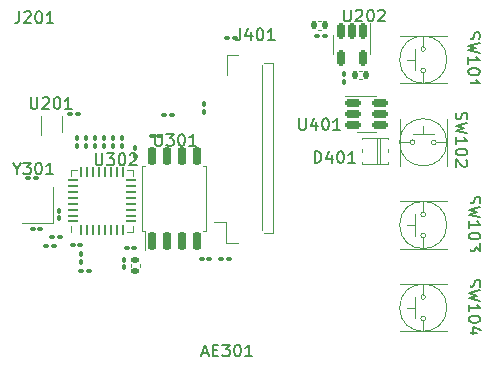
<source format=gbr>
%TF.GenerationSoftware,KiCad,Pcbnew,7.0.7*%
%TF.CreationDate,2023-12-08T19:41:31-05:00*%
%TF.ProjectId,pixie-rev-4,70697869-652d-4726-9576-2d342e6b6963,rev?*%
%TF.SameCoordinates,Original*%
%TF.FileFunction,Legend,Top*%
%TF.FilePolarity,Positive*%
%FSLAX46Y46*%
G04 Gerber Fmt 4.6, Leading zero omitted, Abs format (unit mm)*
G04 Created by KiCad (PCBNEW 7.0.7) date 2023-12-08 19:41:31*
%MOMM*%
%LPD*%
G01*
G04 APERTURE LIST*
G04 Aperture macros list*
%AMRoundRect*
0 Rectangle with rounded corners*
0 $1 Rounding radius*
0 $2 $3 $4 $5 $6 $7 $8 $9 X,Y pos of 4 corners*
0 Add a 4 corners polygon primitive as box body*
4,1,4,$2,$3,$4,$5,$6,$7,$8,$9,$2,$3,0*
0 Add four circle primitives for the rounded corners*
1,1,$1+$1,$2,$3*
1,1,$1+$1,$4,$5*
1,1,$1+$1,$6,$7*
1,1,$1+$1,$8,$9*
0 Add four rect primitives between the rounded corners*
20,1,$1+$1,$2,$3,$4,$5,0*
20,1,$1+$1,$4,$5,$6,$7,0*
20,1,$1+$1,$6,$7,$8,$9,0*
20,1,$1+$1,$8,$9,$2,$3,0*%
G04 Aperture macros list end*
%ADD10C,0.150000*%
%ADD11C,0.120000*%
%ADD12C,0.100000*%
%ADD13RoundRect,0.100000X-0.100000X0.130000X-0.100000X-0.130000X0.100000X-0.130000X0.100000X0.130000X0*%
%ADD14RoundRect,0.100000X0.130000X0.100000X-0.130000X0.100000X-0.130000X-0.100000X0.130000X-0.100000X0*%
%ADD15RoundRect,0.100000X-0.162635X0.021213X0.021213X-0.162635X0.162635X-0.021213X-0.021213X0.162635X0*%
%ADD16RoundRect,0.100000X0.021213X0.162635X-0.162635X-0.021213X-0.021213X-0.162635X0.162635X0.021213X0*%
%ADD17R,0.600000X1.160000*%
%ADD18R,0.300000X1.160000*%
%ADD19O,1.300000X2.100000*%
%ADD20O,1.300000X2.500000*%
%ADD21R,1.800000X1.100000*%
%ADD22RoundRect,0.100000X-0.130000X-0.100000X0.130000X-0.100000X0.130000X0.100000X-0.130000X0.100000X0*%
%ADD23RoundRect,0.140000X-0.170000X0.140000X-0.170000X-0.140000X0.170000X-0.140000X0.170000X0.140000X0*%
%ADD24R,0.900000X0.300000*%
%ADD25R,0.340000X0.700000*%
%ADD26RoundRect,0.062500X0.062500X-0.375000X0.062500X0.375000X-0.062500X0.375000X-0.062500X-0.375000X0*%
%ADD27RoundRect,0.062500X0.375000X-0.062500X0.375000X0.062500X-0.375000X0.062500X-0.375000X-0.062500X0*%
%ADD28R,3.100000X3.100000*%
%ADD29RoundRect,0.100000X0.100000X-0.130000X0.100000X0.130000X-0.100000X0.130000X-0.100000X-0.130000X0*%
%ADD30R,0.700000X0.700000*%
%ADD31RoundRect,0.140000X-0.140000X-0.170000X0.140000X-0.170000X0.140000X0.170000X-0.140000X0.170000X0*%
%ADD32RoundRect,0.150000X0.150000X-0.650000X0.150000X0.650000X-0.150000X0.650000X-0.150000X-0.650000X0*%
%ADD33RoundRect,0.140000X0.140000X0.170000X-0.140000X0.170000X-0.140000X-0.170000X0.140000X-0.170000X0*%
%ADD34RoundRect,0.150000X-0.150000X0.512500X-0.150000X-0.512500X0.150000X-0.512500X0.150000X0.512500X0*%
%ADD35R,1.100000X1.200000*%
%ADD36RoundRect,0.150000X-0.512500X-0.150000X0.512500X-0.150000X0.512500X0.150000X-0.512500X0.150000X0*%
%ADD37R,1.100000X1.800000*%
G04 APERTURE END LIST*
D10*
X150789285Y-40404819D02*
X150789285Y-41119104D01*
X150789285Y-41119104D02*
X150741666Y-41261961D01*
X150741666Y-41261961D02*
X150646428Y-41357200D01*
X150646428Y-41357200D02*
X150503571Y-41404819D01*
X150503571Y-41404819D02*
X150408333Y-41404819D01*
X151217857Y-40500057D02*
X151265476Y-40452438D01*
X151265476Y-40452438D02*
X151360714Y-40404819D01*
X151360714Y-40404819D02*
X151598809Y-40404819D01*
X151598809Y-40404819D02*
X151694047Y-40452438D01*
X151694047Y-40452438D02*
X151741666Y-40500057D01*
X151741666Y-40500057D02*
X151789285Y-40595295D01*
X151789285Y-40595295D02*
X151789285Y-40690533D01*
X151789285Y-40690533D02*
X151741666Y-40833390D01*
X151741666Y-40833390D02*
X151170238Y-41404819D01*
X151170238Y-41404819D02*
X151789285Y-41404819D01*
X152408333Y-40404819D02*
X152503571Y-40404819D01*
X152503571Y-40404819D02*
X152598809Y-40452438D01*
X152598809Y-40452438D02*
X152646428Y-40500057D01*
X152646428Y-40500057D02*
X152694047Y-40595295D01*
X152694047Y-40595295D02*
X152741666Y-40785771D01*
X152741666Y-40785771D02*
X152741666Y-41023866D01*
X152741666Y-41023866D02*
X152694047Y-41214342D01*
X152694047Y-41214342D02*
X152646428Y-41309580D01*
X152646428Y-41309580D02*
X152598809Y-41357200D01*
X152598809Y-41357200D02*
X152503571Y-41404819D01*
X152503571Y-41404819D02*
X152408333Y-41404819D01*
X152408333Y-41404819D02*
X152313095Y-41357200D01*
X152313095Y-41357200D02*
X152265476Y-41309580D01*
X152265476Y-41309580D02*
X152217857Y-41214342D01*
X152217857Y-41214342D02*
X152170238Y-41023866D01*
X152170238Y-41023866D02*
X152170238Y-40785771D01*
X152170238Y-40785771D02*
X152217857Y-40595295D01*
X152217857Y-40595295D02*
X152265476Y-40500057D01*
X152265476Y-40500057D02*
X152313095Y-40452438D01*
X152313095Y-40452438D02*
X152408333Y-40404819D01*
X153694047Y-41404819D02*
X153122619Y-41404819D01*
X153408333Y-41404819D02*
X153408333Y-40404819D01*
X153408333Y-40404819D02*
X153313095Y-40547676D01*
X153313095Y-40547676D02*
X153217857Y-40642914D01*
X153217857Y-40642914D02*
X153122619Y-40690533D01*
X188842800Y-42189411D02*
X188795180Y-42332268D01*
X188795180Y-42332268D02*
X188795180Y-42570363D01*
X188795180Y-42570363D02*
X188842800Y-42665601D01*
X188842800Y-42665601D02*
X188890419Y-42713220D01*
X188890419Y-42713220D02*
X188985657Y-42760839D01*
X188985657Y-42760839D02*
X189080895Y-42760839D01*
X189080895Y-42760839D02*
X189176133Y-42713220D01*
X189176133Y-42713220D02*
X189223752Y-42665601D01*
X189223752Y-42665601D02*
X189271371Y-42570363D01*
X189271371Y-42570363D02*
X189318990Y-42379887D01*
X189318990Y-42379887D02*
X189366609Y-42284649D01*
X189366609Y-42284649D02*
X189414228Y-42237030D01*
X189414228Y-42237030D02*
X189509466Y-42189411D01*
X189509466Y-42189411D02*
X189604704Y-42189411D01*
X189604704Y-42189411D02*
X189699942Y-42237030D01*
X189699942Y-42237030D02*
X189747561Y-42284649D01*
X189747561Y-42284649D02*
X189795180Y-42379887D01*
X189795180Y-42379887D02*
X189795180Y-42617982D01*
X189795180Y-42617982D02*
X189747561Y-42760839D01*
X189795180Y-43094173D02*
X188795180Y-43332268D01*
X188795180Y-43332268D02*
X189509466Y-43522744D01*
X189509466Y-43522744D02*
X188795180Y-43713220D01*
X188795180Y-43713220D02*
X189795180Y-43951316D01*
X188795180Y-44856077D02*
X188795180Y-44284649D01*
X188795180Y-44570363D02*
X189795180Y-44570363D01*
X189795180Y-44570363D02*
X189652323Y-44475125D01*
X189652323Y-44475125D02*
X189557085Y-44379887D01*
X189557085Y-44379887D02*
X189509466Y-44284649D01*
X189795180Y-45475125D02*
X189795180Y-45570363D01*
X189795180Y-45570363D02*
X189747561Y-45665601D01*
X189747561Y-45665601D02*
X189699942Y-45713220D01*
X189699942Y-45713220D02*
X189604704Y-45760839D01*
X189604704Y-45760839D02*
X189414228Y-45808458D01*
X189414228Y-45808458D02*
X189176133Y-45808458D01*
X189176133Y-45808458D02*
X188985657Y-45760839D01*
X188985657Y-45760839D02*
X188890419Y-45713220D01*
X188890419Y-45713220D02*
X188842800Y-45665601D01*
X188842800Y-45665601D02*
X188795180Y-45570363D01*
X188795180Y-45570363D02*
X188795180Y-45475125D01*
X188795180Y-45475125D02*
X188842800Y-45379887D01*
X188842800Y-45379887D02*
X188890419Y-45332268D01*
X188890419Y-45332268D02*
X188985657Y-45284649D01*
X188985657Y-45284649D02*
X189176133Y-45237030D01*
X189176133Y-45237030D02*
X189414228Y-45237030D01*
X189414228Y-45237030D02*
X189604704Y-45284649D01*
X189604704Y-45284649D02*
X189699942Y-45332268D01*
X189699942Y-45332268D02*
X189747561Y-45379887D01*
X189747561Y-45379887D02*
X189795180Y-45475125D01*
X188795180Y-46760839D02*
X188795180Y-46189411D01*
X188795180Y-46475125D02*
X189795180Y-46475125D01*
X189795180Y-46475125D02*
X189652323Y-46379887D01*
X189652323Y-46379887D02*
X189557085Y-46284649D01*
X189557085Y-46284649D02*
X189509466Y-46189411D01*
X188892800Y-63139411D02*
X188845180Y-63282268D01*
X188845180Y-63282268D02*
X188845180Y-63520363D01*
X188845180Y-63520363D02*
X188892800Y-63615601D01*
X188892800Y-63615601D02*
X188940419Y-63663220D01*
X188940419Y-63663220D02*
X189035657Y-63710839D01*
X189035657Y-63710839D02*
X189130895Y-63710839D01*
X189130895Y-63710839D02*
X189226133Y-63663220D01*
X189226133Y-63663220D02*
X189273752Y-63615601D01*
X189273752Y-63615601D02*
X189321371Y-63520363D01*
X189321371Y-63520363D02*
X189368990Y-63329887D01*
X189368990Y-63329887D02*
X189416609Y-63234649D01*
X189416609Y-63234649D02*
X189464228Y-63187030D01*
X189464228Y-63187030D02*
X189559466Y-63139411D01*
X189559466Y-63139411D02*
X189654704Y-63139411D01*
X189654704Y-63139411D02*
X189749942Y-63187030D01*
X189749942Y-63187030D02*
X189797561Y-63234649D01*
X189797561Y-63234649D02*
X189845180Y-63329887D01*
X189845180Y-63329887D02*
X189845180Y-63567982D01*
X189845180Y-63567982D02*
X189797561Y-63710839D01*
X189845180Y-64044173D02*
X188845180Y-64282268D01*
X188845180Y-64282268D02*
X189559466Y-64472744D01*
X189559466Y-64472744D02*
X188845180Y-64663220D01*
X188845180Y-64663220D02*
X189845180Y-64901316D01*
X188845180Y-65806077D02*
X188845180Y-65234649D01*
X188845180Y-65520363D02*
X189845180Y-65520363D01*
X189845180Y-65520363D02*
X189702323Y-65425125D01*
X189702323Y-65425125D02*
X189607085Y-65329887D01*
X189607085Y-65329887D02*
X189559466Y-65234649D01*
X189845180Y-66425125D02*
X189845180Y-66520363D01*
X189845180Y-66520363D02*
X189797561Y-66615601D01*
X189797561Y-66615601D02*
X189749942Y-66663220D01*
X189749942Y-66663220D02*
X189654704Y-66710839D01*
X189654704Y-66710839D02*
X189464228Y-66758458D01*
X189464228Y-66758458D02*
X189226133Y-66758458D01*
X189226133Y-66758458D02*
X189035657Y-66710839D01*
X189035657Y-66710839D02*
X188940419Y-66663220D01*
X188940419Y-66663220D02*
X188892800Y-66615601D01*
X188892800Y-66615601D02*
X188845180Y-66520363D01*
X188845180Y-66520363D02*
X188845180Y-66425125D01*
X188845180Y-66425125D02*
X188892800Y-66329887D01*
X188892800Y-66329887D02*
X188940419Y-66282268D01*
X188940419Y-66282268D02*
X189035657Y-66234649D01*
X189035657Y-66234649D02*
X189226133Y-66187030D01*
X189226133Y-66187030D02*
X189464228Y-66187030D01*
X189464228Y-66187030D02*
X189654704Y-66234649D01*
X189654704Y-66234649D02*
X189749942Y-66282268D01*
X189749942Y-66282268D02*
X189797561Y-66329887D01*
X189797561Y-66329887D02*
X189845180Y-66425125D01*
X189511847Y-67615601D02*
X188845180Y-67615601D01*
X189892800Y-67377506D02*
X189178514Y-67139411D01*
X189178514Y-67139411D02*
X189178514Y-67758458D01*
X188892800Y-56089411D02*
X188845180Y-56232268D01*
X188845180Y-56232268D02*
X188845180Y-56470363D01*
X188845180Y-56470363D02*
X188892800Y-56565601D01*
X188892800Y-56565601D02*
X188940419Y-56613220D01*
X188940419Y-56613220D02*
X189035657Y-56660839D01*
X189035657Y-56660839D02*
X189130895Y-56660839D01*
X189130895Y-56660839D02*
X189226133Y-56613220D01*
X189226133Y-56613220D02*
X189273752Y-56565601D01*
X189273752Y-56565601D02*
X189321371Y-56470363D01*
X189321371Y-56470363D02*
X189368990Y-56279887D01*
X189368990Y-56279887D02*
X189416609Y-56184649D01*
X189416609Y-56184649D02*
X189464228Y-56137030D01*
X189464228Y-56137030D02*
X189559466Y-56089411D01*
X189559466Y-56089411D02*
X189654704Y-56089411D01*
X189654704Y-56089411D02*
X189749942Y-56137030D01*
X189749942Y-56137030D02*
X189797561Y-56184649D01*
X189797561Y-56184649D02*
X189845180Y-56279887D01*
X189845180Y-56279887D02*
X189845180Y-56517982D01*
X189845180Y-56517982D02*
X189797561Y-56660839D01*
X189845180Y-56994173D02*
X188845180Y-57232268D01*
X188845180Y-57232268D02*
X189559466Y-57422744D01*
X189559466Y-57422744D02*
X188845180Y-57613220D01*
X188845180Y-57613220D02*
X189845180Y-57851316D01*
X188845180Y-58756077D02*
X188845180Y-58184649D01*
X188845180Y-58470363D02*
X189845180Y-58470363D01*
X189845180Y-58470363D02*
X189702323Y-58375125D01*
X189702323Y-58375125D02*
X189607085Y-58279887D01*
X189607085Y-58279887D02*
X189559466Y-58184649D01*
X189845180Y-59375125D02*
X189845180Y-59470363D01*
X189845180Y-59470363D02*
X189797561Y-59565601D01*
X189797561Y-59565601D02*
X189749942Y-59613220D01*
X189749942Y-59613220D02*
X189654704Y-59660839D01*
X189654704Y-59660839D02*
X189464228Y-59708458D01*
X189464228Y-59708458D02*
X189226133Y-59708458D01*
X189226133Y-59708458D02*
X189035657Y-59660839D01*
X189035657Y-59660839D02*
X188940419Y-59613220D01*
X188940419Y-59613220D02*
X188892800Y-59565601D01*
X188892800Y-59565601D02*
X188845180Y-59470363D01*
X188845180Y-59470363D02*
X188845180Y-59375125D01*
X188845180Y-59375125D02*
X188892800Y-59279887D01*
X188892800Y-59279887D02*
X188940419Y-59232268D01*
X188940419Y-59232268D02*
X189035657Y-59184649D01*
X189035657Y-59184649D02*
X189226133Y-59137030D01*
X189226133Y-59137030D02*
X189464228Y-59137030D01*
X189464228Y-59137030D02*
X189654704Y-59184649D01*
X189654704Y-59184649D02*
X189749942Y-59232268D01*
X189749942Y-59232268D02*
X189797561Y-59279887D01*
X189797561Y-59279887D02*
X189845180Y-59375125D01*
X189845180Y-60041792D02*
X189845180Y-60660839D01*
X189845180Y-60660839D02*
X189464228Y-60327506D01*
X189464228Y-60327506D02*
X189464228Y-60470363D01*
X189464228Y-60470363D02*
X189416609Y-60565601D01*
X189416609Y-60565601D02*
X189368990Y-60613220D01*
X189368990Y-60613220D02*
X189273752Y-60660839D01*
X189273752Y-60660839D02*
X189035657Y-60660839D01*
X189035657Y-60660839D02*
X188940419Y-60613220D01*
X188940419Y-60613220D02*
X188892800Y-60565601D01*
X188892800Y-60565601D02*
X188845180Y-60470363D01*
X188845180Y-60470363D02*
X188845180Y-60184649D01*
X188845180Y-60184649D02*
X188892800Y-60089411D01*
X188892800Y-60089411D02*
X188940419Y-60041792D01*
X169506077Y-41854819D02*
X169506077Y-42569104D01*
X169506077Y-42569104D02*
X169458458Y-42711961D01*
X169458458Y-42711961D02*
X169363220Y-42807200D01*
X169363220Y-42807200D02*
X169220363Y-42854819D01*
X169220363Y-42854819D02*
X169125125Y-42854819D01*
X170410839Y-42188152D02*
X170410839Y-42854819D01*
X170172744Y-41807200D02*
X169934649Y-42521485D01*
X169934649Y-42521485D02*
X170553696Y-42521485D01*
X171125125Y-41854819D02*
X171220363Y-41854819D01*
X171220363Y-41854819D02*
X171315601Y-41902438D01*
X171315601Y-41902438D02*
X171363220Y-41950057D01*
X171363220Y-41950057D02*
X171410839Y-42045295D01*
X171410839Y-42045295D02*
X171458458Y-42235771D01*
X171458458Y-42235771D02*
X171458458Y-42473866D01*
X171458458Y-42473866D02*
X171410839Y-42664342D01*
X171410839Y-42664342D02*
X171363220Y-42759580D01*
X171363220Y-42759580D02*
X171315601Y-42807200D01*
X171315601Y-42807200D02*
X171220363Y-42854819D01*
X171220363Y-42854819D02*
X171125125Y-42854819D01*
X171125125Y-42854819D02*
X171029887Y-42807200D01*
X171029887Y-42807200D02*
X170982268Y-42759580D01*
X170982268Y-42759580D02*
X170934649Y-42664342D01*
X170934649Y-42664342D02*
X170887030Y-42473866D01*
X170887030Y-42473866D02*
X170887030Y-42235771D01*
X170887030Y-42235771D02*
X170934649Y-42045295D01*
X170934649Y-42045295D02*
X170982268Y-41950057D01*
X170982268Y-41950057D02*
X171029887Y-41902438D01*
X171029887Y-41902438D02*
X171125125Y-41854819D01*
X172410839Y-42854819D02*
X171839411Y-42854819D01*
X172125125Y-42854819D02*
X172125125Y-41854819D01*
X172125125Y-41854819D02*
X172029887Y-41997676D01*
X172029887Y-41997676D02*
X171934649Y-42092914D01*
X171934649Y-42092914D02*
X171839411Y-42140533D01*
X151765714Y-47674819D02*
X151765714Y-48484342D01*
X151765714Y-48484342D02*
X151813333Y-48579580D01*
X151813333Y-48579580D02*
X151860952Y-48627200D01*
X151860952Y-48627200D02*
X151956190Y-48674819D01*
X151956190Y-48674819D02*
X152146666Y-48674819D01*
X152146666Y-48674819D02*
X152241904Y-48627200D01*
X152241904Y-48627200D02*
X152289523Y-48579580D01*
X152289523Y-48579580D02*
X152337142Y-48484342D01*
X152337142Y-48484342D02*
X152337142Y-47674819D01*
X152765714Y-47770057D02*
X152813333Y-47722438D01*
X152813333Y-47722438D02*
X152908571Y-47674819D01*
X152908571Y-47674819D02*
X153146666Y-47674819D01*
X153146666Y-47674819D02*
X153241904Y-47722438D01*
X153241904Y-47722438D02*
X153289523Y-47770057D01*
X153289523Y-47770057D02*
X153337142Y-47865295D01*
X153337142Y-47865295D02*
X153337142Y-47960533D01*
X153337142Y-47960533D02*
X153289523Y-48103390D01*
X153289523Y-48103390D02*
X152718095Y-48674819D01*
X152718095Y-48674819D02*
X153337142Y-48674819D01*
X153956190Y-47674819D02*
X154051428Y-47674819D01*
X154051428Y-47674819D02*
X154146666Y-47722438D01*
X154146666Y-47722438D02*
X154194285Y-47770057D01*
X154194285Y-47770057D02*
X154241904Y-47865295D01*
X154241904Y-47865295D02*
X154289523Y-48055771D01*
X154289523Y-48055771D02*
X154289523Y-48293866D01*
X154289523Y-48293866D02*
X154241904Y-48484342D01*
X154241904Y-48484342D02*
X154194285Y-48579580D01*
X154194285Y-48579580D02*
X154146666Y-48627200D01*
X154146666Y-48627200D02*
X154051428Y-48674819D01*
X154051428Y-48674819D02*
X153956190Y-48674819D01*
X153956190Y-48674819D02*
X153860952Y-48627200D01*
X153860952Y-48627200D02*
X153813333Y-48579580D01*
X153813333Y-48579580D02*
X153765714Y-48484342D01*
X153765714Y-48484342D02*
X153718095Y-48293866D01*
X153718095Y-48293866D02*
X153718095Y-48055771D01*
X153718095Y-48055771D02*
X153765714Y-47865295D01*
X153765714Y-47865295D02*
X153813333Y-47770057D01*
X153813333Y-47770057D02*
X153860952Y-47722438D01*
X153860952Y-47722438D02*
X153956190Y-47674819D01*
X155241904Y-48674819D02*
X154670476Y-48674819D01*
X154956190Y-48674819D02*
X154956190Y-47674819D01*
X154956190Y-47674819D02*
X154860952Y-47817676D01*
X154860952Y-47817676D02*
X154765714Y-47912914D01*
X154765714Y-47912914D02*
X154670476Y-47960533D01*
X157255714Y-52444819D02*
X157255714Y-53254342D01*
X157255714Y-53254342D02*
X157303333Y-53349580D01*
X157303333Y-53349580D02*
X157350952Y-53397200D01*
X157350952Y-53397200D02*
X157446190Y-53444819D01*
X157446190Y-53444819D02*
X157636666Y-53444819D01*
X157636666Y-53444819D02*
X157731904Y-53397200D01*
X157731904Y-53397200D02*
X157779523Y-53349580D01*
X157779523Y-53349580D02*
X157827142Y-53254342D01*
X157827142Y-53254342D02*
X157827142Y-52444819D01*
X158208095Y-52444819D02*
X158827142Y-52444819D01*
X158827142Y-52444819D02*
X158493809Y-52825771D01*
X158493809Y-52825771D02*
X158636666Y-52825771D01*
X158636666Y-52825771D02*
X158731904Y-52873390D01*
X158731904Y-52873390D02*
X158779523Y-52921009D01*
X158779523Y-52921009D02*
X158827142Y-53016247D01*
X158827142Y-53016247D02*
X158827142Y-53254342D01*
X158827142Y-53254342D02*
X158779523Y-53349580D01*
X158779523Y-53349580D02*
X158731904Y-53397200D01*
X158731904Y-53397200D02*
X158636666Y-53444819D01*
X158636666Y-53444819D02*
X158350952Y-53444819D01*
X158350952Y-53444819D02*
X158255714Y-53397200D01*
X158255714Y-53397200D02*
X158208095Y-53349580D01*
X159446190Y-52444819D02*
X159541428Y-52444819D01*
X159541428Y-52444819D02*
X159636666Y-52492438D01*
X159636666Y-52492438D02*
X159684285Y-52540057D01*
X159684285Y-52540057D02*
X159731904Y-52635295D01*
X159731904Y-52635295D02*
X159779523Y-52825771D01*
X159779523Y-52825771D02*
X159779523Y-53063866D01*
X159779523Y-53063866D02*
X159731904Y-53254342D01*
X159731904Y-53254342D02*
X159684285Y-53349580D01*
X159684285Y-53349580D02*
X159636666Y-53397200D01*
X159636666Y-53397200D02*
X159541428Y-53444819D01*
X159541428Y-53444819D02*
X159446190Y-53444819D01*
X159446190Y-53444819D02*
X159350952Y-53397200D01*
X159350952Y-53397200D02*
X159303333Y-53349580D01*
X159303333Y-53349580D02*
X159255714Y-53254342D01*
X159255714Y-53254342D02*
X159208095Y-53063866D01*
X159208095Y-53063866D02*
X159208095Y-52825771D01*
X159208095Y-52825771D02*
X159255714Y-52635295D01*
X159255714Y-52635295D02*
X159303333Y-52540057D01*
X159303333Y-52540057D02*
X159350952Y-52492438D01*
X159350952Y-52492438D02*
X159446190Y-52444819D01*
X160160476Y-52540057D02*
X160208095Y-52492438D01*
X160208095Y-52492438D02*
X160303333Y-52444819D01*
X160303333Y-52444819D02*
X160541428Y-52444819D01*
X160541428Y-52444819D02*
X160636666Y-52492438D01*
X160636666Y-52492438D02*
X160684285Y-52540057D01*
X160684285Y-52540057D02*
X160731904Y-52635295D01*
X160731904Y-52635295D02*
X160731904Y-52730533D01*
X160731904Y-52730533D02*
X160684285Y-52873390D01*
X160684285Y-52873390D02*
X160112857Y-53444819D01*
X160112857Y-53444819D02*
X160731904Y-53444819D01*
X175809524Y-53254819D02*
X175809524Y-52254819D01*
X175809524Y-52254819D02*
X176047619Y-52254819D01*
X176047619Y-52254819D02*
X176190476Y-52302438D01*
X176190476Y-52302438D02*
X176285714Y-52397676D01*
X176285714Y-52397676D02*
X176333333Y-52492914D01*
X176333333Y-52492914D02*
X176380952Y-52683390D01*
X176380952Y-52683390D02*
X176380952Y-52826247D01*
X176380952Y-52826247D02*
X176333333Y-53016723D01*
X176333333Y-53016723D02*
X176285714Y-53111961D01*
X176285714Y-53111961D02*
X176190476Y-53207200D01*
X176190476Y-53207200D02*
X176047619Y-53254819D01*
X176047619Y-53254819D02*
X175809524Y-53254819D01*
X177238095Y-52588152D02*
X177238095Y-53254819D01*
X177000000Y-52207200D02*
X176761905Y-52921485D01*
X176761905Y-52921485D02*
X177380952Y-52921485D01*
X177952381Y-52254819D02*
X178047619Y-52254819D01*
X178047619Y-52254819D02*
X178142857Y-52302438D01*
X178142857Y-52302438D02*
X178190476Y-52350057D01*
X178190476Y-52350057D02*
X178238095Y-52445295D01*
X178238095Y-52445295D02*
X178285714Y-52635771D01*
X178285714Y-52635771D02*
X178285714Y-52873866D01*
X178285714Y-52873866D02*
X178238095Y-53064342D01*
X178238095Y-53064342D02*
X178190476Y-53159580D01*
X178190476Y-53159580D02*
X178142857Y-53207200D01*
X178142857Y-53207200D02*
X178047619Y-53254819D01*
X178047619Y-53254819D02*
X177952381Y-53254819D01*
X177952381Y-53254819D02*
X177857143Y-53207200D01*
X177857143Y-53207200D02*
X177809524Y-53159580D01*
X177809524Y-53159580D02*
X177761905Y-53064342D01*
X177761905Y-53064342D02*
X177714286Y-52873866D01*
X177714286Y-52873866D02*
X177714286Y-52635771D01*
X177714286Y-52635771D02*
X177761905Y-52445295D01*
X177761905Y-52445295D02*
X177809524Y-52350057D01*
X177809524Y-52350057D02*
X177857143Y-52302438D01*
X177857143Y-52302438D02*
X177952381Y-52254819D01*
X179238095Y-53254819D02*
X178666667Y-53254819D01*
X178952381Y-53254819D02*
X178952381Y-52254819D01*
X178952381Y-52254819D02*
X178857143Y-52397676D01*
X178857143Y-52397676D02*
X178761905Y-52492914D01*
X178761905Y-52492914D02*
X178666667Y-52540533D01*
X162305714Y-50794819D02*
X162305714Y-51604342D01*
X162305714Y-51604342D02*
X162353333Y-51699580D01*
X162353333Y-51699580D02*
X162400952Y-51747200D01*
X162400952Y-51747200D02*
X162496190Y-51794819D01*
X162496190Y-51794819D02*
X162686666Y-51794819D01*
X162686666Y-51794819D02*
X162781904Y-51747200D01*
X162781904Y-51747200D02*
X162829523Y-51699580D01*
X162829523Y-51699580D02*
X162877142Y-51604342D01*
X162877142Y-51604342D02*
X162877142Y-50794819D01*
X163258095Y-50794819D02*
X163877142Y-50794819D01*
X163877142Y-50794819D02*
X163543809Y-51175771D01*
X163543809Y-51175771D02*
X163686666Y-51175771D01*
X163686666Y-51175771D02*
X163781904Y-51223390D01*
X163781904Y-51223390D02*
X163829523Y-51271009D01*
X163829523Y-51271009D02*
X163877142Y-51366247D01*
X163877142Y-51366247D02*
X163877142Y-51604342D01*
X163877142Y-51604342D02*
X163829523Y-51699580D01*
X163829523Y-51699580D02*
X163781904Y-51747200D01*
X163781904Y-51747200D02*
X163686666Y-51794819D01*
X163686666Y-51794819D02*
X163400952Y-51794819D01*
X163400952Y-51794819D02*
X163305714Y-51747200D01*
X163305714Y-51747200D02*
X163258095Y-51699580D01*
X164496190Y-50794819D02*
X164591428Y-50794819D01*
X164591428Y-50794819D02*
X164686666Y-50842438D01*
X164686666Y-50842438D02*
X164734285Y-50890057D01*
X164734285Y-50890057D02*
X164781904Y-50985295D01*
X164781904Y-50985295D02*
X164829523Y-51175771D01*
X164829523Y-51175771D02*
X164829523Y-51413866D01*
X164829523Y-51413866D02*
X164781904Y-51604342D01*
X164781904Y-51604342D02*
X164734285Y-51699580D01*
X164734285Y-51699580D02*
X164686666Y-51747200D01*
X164686666Y-51747200D02*
X164591428Y-51794819D01*
X164591428Y-51794819D02*
X164496190Y-51794819D01*
X164496190Y-51794819D02*
X164400952Y-51747200D01*
X164400952Y-51747200D02*
X164353333Y-51699580D01*
X164353333Y-51699580D02*
X164305714Y-51604342D01*
X164305714Y-51604342D02*
X164258095Y-51413866D01*
X164258095Y-51413866D02*
X164258095Y-51175771D01*
X164258095Y-51175771D02*
X164305714Y-50985295D01*
X164305714Y-50985295D02*
X164353333Y-50890057D01*
X164353333Y-50890057D02*
X164400952Y-50842438D01*
X164400952Y-50842438D02*
X164496190Y-50794819D01*
X165781904Y-51794819D02*
X165210476Y-51794819D01*
X165496190Y-51794819D02*
X165496190Y-50794819D01*
X165496190Y-50794819D02*
X165400952Y-50937676D01*
X165400952Y-50937676D02*
X165305714Y-51032914D01*
X165305714Y-51032914D02*
X165210476Y-51080533D01*
X166280952Y-69339104D02*
X166757142Y-69339104D01*
X166185714Y-69624819D02*
X166519047Y-68624819D01*
X166519047Y-68624819D02*
X166852380Y-69624819D01*
X167185714Y-69101009D02*
X167519047Y-69101009D01*
X167661904Y-69624819D02*
X167185714Y-69624819D01*
X167185714Y-69624819D02*
X167185714Y-68624819D01*
X167185714Y-68624819D02*
X167661904Y-68624819D01*
X167995238Y-68624819D02*
X168614285Y-68624819D01*
X168614285Y-68624819D02*
X168280952Y-69005771D01*
X168280952Y-69005771D02*
X168423809Y-69005771D01*
X168423809Y-69005771D02*
X168519047Y-69053390D01*
X168519047Y-69053390D02*
X168566666Y-69101009D01*
X168566666Y-69101009D02*
X168614285Y-69196247D01*
X168614285Y-69196247D02*
X168614285Y-69434342D01*
X168614285Y-69434342D02*
X168566666Y-69529580D01*
X168566666Y-69529580D02*
X168519047Y-69577200D01*
X168519047Y-69577200D02*
X168423809Y-69624819D01*
X168423809Y-69624819D02*
X168138095Y-69624819D01*
X168138095Y-69624819D02*
X168042857Y-69577200D01*
X168042857Y-69577200D02*
X167995238Y-69529580D01*
X169233333Y-68624819D02*
X169328571Y-68624819D01*
X169328571Y-68624819D02*
X169423809Y-68672438D01*
X169423809Y-68672438D02*
X169471428Y-68720057D01*
X169471428Y-68720057D02*
X169519047Y-68815295D01*
X169519047Y-68815295D02*
X169566666Y-69005771D01*
X169566666Y-69005771D02*
X169566666Y-69243866D01*
X169566666Y-69243866D02*
X169519047Y-69434342D01*
X169519047Y-69434342D02*
X169471428Y-69529580D01*
X169471428Y-69529580D02*
X169423809Y-69577200D01*
X169423809Y-69577200D02*
X169328571Y-69624819D01*
X169328571Y-69624819D02*
X169233333Y-69624819D01*
X169233333Y-69624819D02*
X169138095Y-69577200D01*
X169138095Y-69577200D02*
X169090476Y-69529580D01*
X169090476Y-69529580D02*
X169042857Y-69434342D01*
X169042857Y-69434342D02*
X168995238Y-69243866D01*
X168995238Y-69243866D02*
X168995238Y-69005771D01*
X168995238Y-69005771D02*
X169042857Y-68815295D01*
X169042857Y-68815295D02*
X169090476Y-68720057D01*
X169090476Y-68720057D02*
X169138095Y-68672438D01*
X169138095Y-68672438D02*
X169233333Y-68624819D01*
X170519047Y-69624819D02*
X169947619Y-69624819D01*
X170233333Y-69624819D02*
X170233333Y-68624819D01*
X170233333Y-68624819D02*
X170138095Y-68767676D01*
X170138095Y-68767676D02*
X170042857Y-68862914D01*
X170042857Y-68862914D02*
X169947619Y-68910533D01*
X178285714Y-40254819D02*
X178285714Y-41064342D01*
X178285714Y-41064342D02*
X178333333Y-41159580D01*
X178333333Y-41159580D02*
X178380952Y-41207200D01*
X178380952Y-41207200D02*
X178476190Y-41254819D01*
X178476190Y-41254819D02*
X178666666Y-41254819D01*
X178666666Y-41254819D02*
X178761904Y-41207200D01*
X178761904Y-41207200D02*
X178809523Y-41159580D01*
X178809523Y-41159580D02*
X178857142Y-41064342D01*
X178857142Y-41064342D02*
X178857142Y-40254819D01*
X179285714Y-40350057D02*
X179333333Y-40302438D01*
X179333333Y-40302438D02*
X179428571Y-40254819D01*
X179428571Y-40254819D02*
X179666666Y-40254819D01*
X179666666Y-40254819D02*
X179761904Y-40302438D01*
X179761904Y-40302438D02*
X179809523Y-40350057D01*
X179809523Y-40350057D02*
X179857142Y-40445295D01*
X179857142Y-40445295D02*
X179857142Y-40540533D01*
X179857142Y-40540533D02*
X179809523Y-40683390D01*
X179809523Y-40683390D02*
X179238095Y-41254819D01*
X179238095Y-41254819D02*
X179857142Y-41254819D01*
X180476190Y-40254819D02*
X180571428Y-40254819D01*
X180571428Y-40254819D02*
X180666666Y-40302438D01*
X180666666Y-40302438D02*
X180714285Y-40350057D01*
X180714285Y-40350057D02*
X180761904Y-40445295D01*
X180761904Y-40445295D02*
X180809523Y-40635771D01*
X180809523Y-40635771D02*
X180809523Y-40873866D01*
X180809523Y-40873866D02*
X180761904Y-41064342D01*
X180761904Y-41064342D02*
X180714285Y-41159580D01*
X180714285Y-41159580D02*
X180666666Y-41207200D01*
X180666666Y-41207200D02*
X180571428Y-41254819D01*
X180571428Y-41254819D02*
X180476190Y-41254819D01*
X180476190Y-41254819D02*
X180380952Y-41207200D01*
X180380952Y-41207200D02*
X180333333Y-41159580D01*
X180333333Y-41159580D02*
X180285714Y-41064342D01*
X180285714Y-41064342D02*
X180238095Y-40873866D01*
X180238095Y-40873866D02*
X180238095Y-40635771D01*
X180238095Y-40635771D02*
X180285714Y-40445295D01*
X180285714Y-40445295D02*
X180333333Y-40350057D01*
X180333333Y-40350057D02*
X180380952Y-40302438D01*
X180380952Y-40302438D02*
X180476190Y-40254819D01*
X181190476Y-40350057D02*
X181238095Y-40302438D01*
X181238095Y-40302438D02*
X181333333Y-40254819D01*
X181333333Y-40254819D02*
X181571428Y-40254819D01*
X181571428Y-40254819D02*
X181666666Y-40302438D01*
X181666666Y-40302438D02*
X181714285Y-40350057D01*
X181714285Y-40350057D02*
X181761904Y-40445295D01*
X181761904Y-40445295D02*
X181761904Y-40540533D01*
X181761904Y-40540533D02*
X181714285Y-40683390D01*
X181714285Y-40683390D02*
X181142857Y-41254819D01*
X181142857Y-41254819D02*
X181761904Y-41254819D01*
X150571428Y-53738628D02*
X150571428Y-54214819D01*
X150238095Y-53214819D02*
X150571428Y-53738628D01*
X150571428Y-53738628D02*
X150904761Y-53214819D01*
X151142857Y-53214819D02*
X151761904Y-53214819D01*
X151761904Y-53214819D02*
X151428571Y-53595771D01*
X151428571Y-53595771D02*
X151571428Y-53595771D01*
X151571428Y-53595771D02*
X151666666Y-53643390D01*
X151666666Y-53643390D02*
X151714285Y-53691009D01*
X151714285Y-53691009D02*
X151761904Y-53786247D01*
X151761904Y-53786247D02*
X151761904Y-54024342D01*
X151761904Y-54024342D02*
X151714285Y-54119580D01*
X151714285Y-54119580D02*
X151666666Y-54167200D01*
X151666666Y-54167200D02*
X151571428Y-54214819D01*
X151571428Y-54214819D02*
X151285714Y-54214819D01*
X151285714Y-54214819D02*
X151190476Y-54167200D01*
X151190476Y-54167200D02*
X151142857Y-54119580D01*
X152380952Y-53214819D02*
X152476190Y-53214819D01*
X152476190Y-53214819D02*
X152571428Y-53262438D01*
X152571428Y-53262438D02*
X152619047Y-53310057D01*
X152619047Y-53310057D02*
X152666666Y-53405295D01*
X152666666Y-53405295D02*
X152714285Y-53595771D01*
X152714285Y-53595771D02*
X152714285Y-53833866D01*
X152714285Y-53833866D02*
X152666666Y-54024342D01*
X152666666Y-54024342D02*
X152619047Y-54119580D01*
X152619047Y-54119580D02*
X152571428Y-54167200D01*
X152571428Y-54167200D02*
X152476190Y-54214819D01*
X152476190Y-54214819D02*
X152380952Y-54214819D01*
X152380952Y-54214819D02*
X152285714Y-54167200D01*
X152285714Y-54167200D02*
X152238095Y-54119580D01*
X152238095Y-54119580D02*
X152190476Y-54024342D01*
X152190476Y-54024342D02*
X152142857Y-53833866D01*
X152142857Y-53833866D02*
X152142857Y-53595771D01*
X152142857Y-53595771D02*
X152190476Y-53405295D01*
X152190476Y-53405295D02*
X152238095Y-53310057D01*
X152238095Y-53310057D02*
X152285714Y-53262438D01*
X152285714Y-53262438D02*
X152380952Y-53214819D01*
X153666666Y-54214819D02*
X153095238Y-54214819D01*
X153380952Y-54214819D02*
X153380952Y-53214819D01*
X153380952Y-53214819D02*
X153285714Y-53357676D01*
X153285714Y-53357676D02*
X153190476Y-53452914D01*
X153190476Y-53452914D02*
X153095238Y-53500533D01*
X174485714Y-49454819D02*
X174485714Y-50264342D01*
X174485714Y-50264342D02*
X174533333Y-50359580D01*
X174533333Y-50359580D02*
X174580952Y-50407200D01*
X174580952Y-50407200D02*
X174676190Y-50454819D01*
X174676190Y-50454819D02*
X174866666Y-50454819D01*
X174866666Y-50454819D02*
X174961904Y-50407200D01*
X174961904Y-50407200D02*
X175009523Y-50359580D01*
X175009523Y-50359580D02*
X175057142Y-50264342D01*
X175057142Y-50264342D02*
X175057142Y-49454819D01*
X175961904Y-49788152D02*
X175961904Y-50454819D01*
X175723809Y-49407200D02*
X175485714Y-50121485D01*
X175485714Y-50121485D02*
X176104761Y-50121485D01*
X176676190Y-49454819D02*
X176771428Y-49454819D01*
X176771428Y-49454819D02*
X176866666Y-49502438D01*
X176866666Y-49502438D02*
X176914285Y-49550057D01*
X176914285Y-49550057D02*
X176961904Y-49645295D01*
X176961904Y-49645295D02*
X177009523Y-49835771D01*
X177009523Y-49835771D02*
X177009523Y-50073866D01*
X177009523Y-50073866D02*
X176961904Y-50264342D01*
X176961904Y-50264342D02*
X176914285Y-50359580D01*
X176914285Y-50359580D02*
X176866666Y-50407200D01*
X176866666Y-50407200D02*
X176771428Y-50454819D01*
X176771428Y-50454819D02*
X176676190Y-50454819D01*
X176676190Y-50454819D02*
X176580952Y-50407200D01*
X176580952Y-50407200D02*
X176533333Y-50359580D01*
X176533333Y-50359580D02*
X176485714Y-50264342D01*
X176485714Y-50264342D02*
X176438095Y-50073866D01*
X176438095Y-50073866D02*
X176438095Y-49835771D01*
X176438095Y-49835771D02*
X176485714Y-49645295D01*
X176485714Y-49645295D02*
X176533333Y-49550057D01*
X176533333Y-49550057D02*
X176580952Y-49502438D01*
X176580952Y-49502438D02*
X176676190Y-49454819D01*
X177961904Y-50454819D02*
X177390476Y-50454819D01*
X177676190Y-50454819D02*
X177676190Y-49454819D01*
X177676190Y-49454819D02*
X177580952Y-49597676D01*
X177580952Y-49597676D02*
X177485714Y-49692914D01*
X177485714Y-49692914D02*
X177390476Y-49740533D01*
X187792800Y-48989411D02*
X187745180Y-49132268D01*
X187745180Y-49132268D02*
X187745180Y-49370363D01*
X187745180Y-49370363D02*
X187792800Y-49465601D01*
X187792800Y-49465601D02*
X187840419Y-49513220D01*
X187840419Y-49513220D02*
X187935657Y-49560839D01*
X187935657Y-49560839D02*
X188030895Y-49560839D01*
X188030895Y-49560839D02*
X188126133Y-49513220D01*
X188126133Y-49513220D02*
X188173752Y-49465601D01*
X188173752Y-49465601D02*
X188221371Y-49370363D01*
X188221371Y-49370363D02*
X188268990Y-49179887D01*
X188268990Y-49179887D02*
X188316609Y-49084649D01*
X188316609Y-49084649D02*
X188364228Y-49037030D01*
X188364228Y-49037030D02*
X188459466Y-48989411D01*
X188459466Y-48989411D02*
X188554704Y-48989411D01*
X188554704Y-48989411D02*
X188649942Y-49037030D01*
X188649942Y-49037030D02*
X188697561Y-49084649D01*
X188697561Y-49084649D02*
X188745180Y-49179887D01*
X188745180Y-49179887D02*
X188745180Y-49417982D01*
X188745180Y-49417982D02*
X188697561Y-49560839D01*
X188745180Y-49894173D02*
X187745180Y-50132268D01*
X187745180Y-50132268D02*
X188459466Y-50322744D01*
X188459466Y-50322744D02*
X187745180Y-50513220D01*
X187745180Y-50513220D02*
X188745180Y-50751316D01*
X187745180Y-51656077D02*
X187745180Y-51084649D01*
X187745180Y-51370363D02*
X188745180Y-51370363D01*
X188745180Y-51370363D02*
X188602323Y-51275125D01*
X188602323Y-51275125D02*
X188507085Y-51179887D01*
X188507085Y-51179887D02*
X188459466Y-51084649D01*
X188745180Y-52275125D02*
X188745180Y-52370363D01*
X188745180Y-52370363D02*
X188697561Y-52465601D01*
X188697561Y-52465601D02*
X188649942Y-52513220D01*
X188649942Y-52513220D02*
X188554704Y-52560839D01*
X188554704Y-52560839D02*
X188364228Y-52608458D01*
X188364228Y-52608458D02*
X188126133Y-52608458D01*
X188126133Y-52608458D02*
X187935657Y-52560839D01*
X187935657Y-52560839D02*
X187840419Y-52513220D01*
X187840419Y-52513220D02*
X187792800Y-52465601D01*
X187792800Y-52465601D02*
X187745180Y-52370363D01*
X187745180Y-52370363D02*
X187745180Y-52275125D01*
X187745180Y-52275125D02*
X187792800Y-52179887D01*
X187792800Y-52179887D02*
X187840419Y-52132268D01*
X187840419Y-52132268D02*
X187935657Y-52084649D01*
X187935657Y-52084649D02*
X188126133Y-52037030D01*
X188126133Y-52037030D02*
X188364228Y-52037030D01*
X188364228Y-52037030D02*
X188554704Y-52084649D01*
X188554704Y-52084649D02*
X188649942Y-52132268D01*
X188649942Y-52132268D02*
X188697561Y-52179887D01*
X188697561Y-52179887D02*
X188745180Y-52275125D01*
X188649942Y-52989411D02*
X188697561Y-53037030D01*
X188697561Y-53037030D02*
X188745180Y-53132268D01*
X188745180Y-53132268D02*
X188745180Y-53370363D01*
X188745180Y-53370363D02*
X188697561Y-53465601D01*
X188697561Y-53465601D02*
X188649942Y-53513220D01*
X188649942Y-53513220D02*
X188554704Y-53560839D01*
X188554704Y-53560839D02*
X188459466Y-53560839D01*
X188459466Y-53560839D02*
X188316609Y-53513220D01*
X188316609Y-53513220D02*
X187745180Y-52941792D01*
X187745180Y-52941792D02*
X187745180Y-53560839D01*
D11*
%TO.C,SW101*%
X184300000Y-44500000D02*
X183600000Y-44500000D01*
X184300000Y-45400000D02*
X184300000Y-43600000D01*
X185000000Y-42500000D02*
X183000000Y-42500000D01*
X185000000Y-42500000D02*
X185000000Y-43400000D01*
X185000000Y-42500000D02*
X187000000Y-42500000D01*
X185000000Y-45600000D02*
X185000000Y-46500000D01*
X185000000Y-46500000D02*
X183000000Y-46500000D01*
X185000000Y-46500000D02*
X187000000Y-46500000D01*
X185200000Y-43600000D02*
G75*
G03*
X185200000Y-43600000I-200000J0D01*
G01*
X187000000Y-44500000D02*
G75*
G03*
X187000000Y-44500000I-2000000J0D01*
G01*
X185200000Y-45400000D02*
G75*
G03*
X185200000Y-45400000I-200000J0D01*
G01*
%TO.C,SW104*%
X184300000Y-65500000D02*
X183600000Y-65500000D01*
X184300000Y-66400000D02*
X184300000Y-64600000D01*
X185000000Y-63500000D02*
X183000000Y-63500000D01*
X185000000Y-63500000D02*
X185000000Y-64400000D01*
X185000000Y-63500000D02*
X187000000Y-63500000D01*
X185000000Y-66600000D02*
X185000000Y-67500000D01*
X185000000Y-67500000D02*
X183000000Y-67500000D01*
X185000000Y-67500000D02*
X187000000Y-67500000D01*
X185200000Y-64600000D02*
G75*
G03*
X185200000Y-64600000I-200000J0D01*
G01*
X187000000Y-65500000D02*
G75*
G03*
X187000000Y-65500000I-2000000J0D01*
G01*
X185200000Y-66400000D02*
G75*
G03*
X185200000Y-66400000I-200000J0D01*
G01*
%TO.C,SW103*%
X184300000Y-58500000D02*
X183600000Y-58500000D01*
X184300000Y-59400000D02*
X184300000Y-57600000D01*
X185000000Y-56500000D02*
X183000000Y-56500000D01*
X185000000Y-56500000D02*
X185000000Y-57400000D01*
X185000000Y-56500000D02*
X187000000Y-56500000D01*
X185000000Y-59600000D02*
X185000000Y-60500000D01*
X185000000Y-60500000D02*
X183000000Y-60500000D01*
X185000000Y-60500000D02*
X187000000Y-60500000D01*
X185200000Y-57600000D02*
G75*
G03*
X185200000Y-57600000I-200000J0D01*
G01*
X187000000Y-58500000D02*
G75*
G03*
X187000000Y-58500000I-2000000J0D01*
G01*
X185200000Y-59400000D02*
G75*
G03*
X185200000Y-59400000I-200000J0D01*
G01*
%TO.C,C313*%
X160985000Y-61822164D02*
X160985000Y-62037836D01*
X160265000Y-61822164D02*
X160265000Y-62037836D01*
%TO.C,J401*%
X169350000Y-44100000D02*
X168350000Y-44100000D01*
X168350000Y-44100000D02*
X168350000Y-45800000D01*
X172250000Y-44800000D02*
X171550000Y-44800000D01*
X172250000Y-44800000D02*
X172250000Y-59200000D01*
X168300000Y-58250000D02*
X167250000Y-58250000D01*
X171350000Y-58950000D02*
X171350000Y-44950000D01*
X172250000Y-59200000D02*
X171550000Y-59200000D01*
X169300000Y-60000000D02*
X168300000Y-60000000D01*
X168300000Y-60000000D02*
X168300000Y-58250000D01*
%TO.C,U201*%
X152600000Y-50850000D02*
X152600000Y-49300000D01*
X154400000Y-49300000D02*
X154400000Y-50600000D01*
%TO.C,U302*%
X160410000Y-59060000D02*
X159935000Y-59060000D01*
X155190000Y-58585000D02*
X155190000Y-59060000D01*
X160410000Y-58585000D02*
X160410000Y-59060000D01*
X155190000Y-54315000D02*
X155190000Y-53840000D01*
X160410000Y-54315000D02*
X160410000Y-53840000D01*
X155190000Y-53840000D02*
X155665000Y-53840000D01*
X160410000Y-53840000D02*
X159935000Y-53840000D01*
%TO.C,D401*%
X179810000Y-51100000D02*
X182010000Y-51100000D01*
X179810000Y-51200000D02*
X179810000Y-51100000D01*
X179810000Y-52100000D02*
X179810000Y-52300000D01*
X179810000Y-53200000D02*
X179810000Y-53300000D01*
X179810000Y-53300000D02*
X182060000Y-53300000D01*
X181110000Y-53300000D02*
X181110000Y-51100000D01*
X181310000Y-51100000D02*
X181310000Y-53300000D01*
X182010000Y-51100000D02*
X182010000Y-51200000D01*
X182010000Y-52100000D02*
X182010000Y-52300000D01*
X182060000Y-53300000D02*
X182060000Y-53200000D01*
%TO.C,C204*%
X179592164Y-45440000D02*
X179807836Y-45440000D01*
X179592164Y-46160000D02*
X179807836Y-46160000D01*
%TO.C,U301*%
X161175000Y-58975000D02*
X161435000Y-58975000D01*
X161435000Y-58975000D02*
X161435000Y-60650000D01*
X166625000Y-58975000D02*
X166365000Y-58975000D01*
X161175000Y-56250000D02*
X161175000Y-58975000D01*
X161175000Y-56250000D02*
X161175000Y-53525000D01*
X166625000Y-56250000D02*
X166625000Y-58975000D01*
X166625000Y-56250000D02*
X166625000Y-53525000D01*
X161175000Y-53525000D02*
X161435000Y-53525000D01*
X166625000Y-53525000D02*
X166365000Y-53525000D01*
%TO.C,C201*%
X176327836Y-41960000D02*
X176112164Y-41960000D01*
X176327836Y-41240000D02*
X176112164Y-41240000D01*
%TO.C,U202*%
X180518289Y-43200000D02*
X180518289Y-41400000D01*
X180518289Y-43200000D02*
X180518289Y-44000000D01*
X177398289Y-43200000D02*
X177398289Y-42400000D01*
X177398289Y-43200000D02*
X177398289Y-44000000D01*
D12*
%TO.C,Y301*%
X151000000Y-58350000D02*
X153660000Y-58350000D01*
X153660000Y-58350000D02*
X153660000Y-55250000D01*
D11*
%TO.C,U401*%
X180200000Y-47540000D02*
X178400000Y-47540000D01*
X180200000Y-47540000D02*
X181000000Y-47540000D01*
X180200000Y-50660000D02*
X179400000Y-50660000D01*
X180200000Y-50660000D02*
X181000000Y-50660000D01*
%TO.C,SW102*%
X185000000Y-50800000D02*
X185000000Y-50100000D01*
X184100000Y-50800000D02*
X185900000Y-50800000D01*
X187000000Y-51500000D02*
X187000000Y-49500000D01*
X187000000Y-51500000D02*
X186100000Y-51500000D01*
X187000000Y-51500000D02*
X187000000Y-53500000D01*
X183900000Y-51500000D02*
X183000000Y-51500000D01*
X183000000Y-51500000D02*
X183000000Y-49500000D01*
X183000000Y-51500000D02*
X183000000Y-53500000D01*
X186100000Y-51500000D02*
G75*
G03*
X186100000Y-51500000I-200000J0D01*
G01*
X187000000Y-51500000D02*
G75*
G03*
X187000000Y-51500000I-2000000J0D01*
G01*
X184300000Y-51500000D02*
G75*
G03*
X184300000Y-51500000I-200000J0D01*
G01*
%TD*%
%LPC*%
D13*
%TO.C,C309*%
X159700000Y-61425000D03*
X159700000Y-62065000D03*
%TD*%
D14*
%TO.C,C311*%
X160545000Y-60475000D03*
X159905000Y-60475000D03*
%TD*%
D15*
%TO.C,L302*%
X158000000Y-60800000D03*
X158452548Y-61252548D03*
%TD*%
D14*
%TO.C,C305*%
X152575000Y-58850000D03*
X151935000Y-58850000D03*
%TD*%
D16*
%TO.C,C307*%
X157426274Y-60223726D03*
X156973726Y-60676274D03*
%TD*%
D17*
%TO.C,J201*%
X163580000Y-47280000D03*
X162780000Y-47280000D03*
D18*
X161630000Y-47280000D03*
X160630000Y-47280000D03*
X160130000Y-47280000D03*
X159130000Y-47280000D03*
D17*
X157980000Y-47280000D03*
X157180000Y-47280000D03*
X157180000Y-47280000D03*
X157980000Y-47280000D03*
D18*
X158630000Y-47280000D03*
X159630000Y-47280000D03*
X161130000Y-47280000D03*
X162130000Y-47280000D03*
D17*
X162780000Y-47280000D03*
X163580000Y-47280000D03*
D19*
X165980000Y-46100000D03*
D20*
X166000000Y-42100000D03*
D19*
X154780000Y-46100000D03*
D20*
X154760000Y-42100000D03*
%TD*%
D21*
%TO.C,SW101*%
X181900000Y-42650000D03*
X181900000Y-46350000D03*
X188100000Y-42650000D03*
X188100000Y-46350000D03*
%TD*%
%TO.C,SW104*%
X181900000Y-63650000D03*
X181900000Y-67350000D03*
X188100000Y-63650000D03*
X188100000Y-67350000D03*
%TD*%
%TO.C,SW103*%
X181900000Y-56650000D03*
X181900000Y-60350000D03*
X188100000Y-56650000D03*
X188100000Y-60350000D03*
%TD*%
D14*
%TO.C,C308*%
X154225000Y-59525000D03*
X153585000Y-59525000D03*
%TD*%
D13*
%TO.C,R305*%
X155725000Y-51155000D03*
X155725000Y-51795000D03*
%TD*%
D22*
%TO.C,C303*%
X167890000Y-61400000D03*
X168530000Y-61400000D03*
%TD*%
D13*
%TO.C,C203*%
X178300000Y-45725000D03*
X178300000Y-46365000D03*
%TD*%
%TO.C,C401*%
X166400000Y-48285000D03*
X166400000Y-48925000D03*
%TD*%
D14*
%TO.C,R202*%
X163725000Y-49175000D03*
X163085000Y-49175000D03*
%TD*%
D23*
%TO.C,C313*%
X160625000Y-61450000D03*
X160625000Y-62410000D03*
%TD*%
D13*
%TO.C,R306*%
X159475000Y-51160000D03*
X159475000Y-51800000D03*
%TD*%
%TO.C,R307*%
X156475000Y-51160000D03*
X156475000Y-51800000D03*
%TD*%
D22*
%TO.C,R201*%
X155130000Y-49100000D03*
X155770000Y-49100000D03*
%TD*%
D13*
%TO.C,R303*%
X157975000Y-51160000D03*
X157975000Y-51800000D03*
%TD*%
D14*
%TO.C,C310*%
X153700000Y-60300000D03*
X153060000Y-60300000D03*
%TD*%
D24*
%TO.C,J401*%
X167750000Y-57750000D03*
X167750000Y-57250000D03*
X167750000Y-56750000D03*
X167750000Y-56250000D03*
X167750000Y-55750000D03*
X167750000Y-55250000D03*
X167750000Y-54750000D03*
X167750000Y-54250000D03*
X167750000Y-53750000D03*
X167750000Y-53250000D03*
X167750000Y-52750000D03*
X167750000Y-52250000D03*
X167750000Y-51750000D03*
X167750000Y-51250000D03*
X167750000Y-50750000D03*
X167750000Y-50250000D03*
X167750000Y-49750000D03*
X167750000Y-49250000D03*
X167750000Y-48750000D03*
X167750000Y-48250000D03*
X167750000Y-47750000D03*
X167750000Y-47250000D03*
X167750000Y-46750000D03*
X167750000Y-46250000D03*
D21*
X170450000Y-59900000D03*
X170450000Y-44100000D03*
%TD*%
D22*
%TO.C,C306*%
X162020000Y-50970000D03*
X162660000Y-50970000D03*
%TD*%
D13*
%TO.C,R304*%
X157225000Y-51160000D03*
X157225000Y-51800000D03*
%TD*%
%TO.C,R308*%
X158725000Y-51160000D03*
X158725000Y-51800000D03*
%TD*%
D22*
%TO.C,R401*%
X168410000Y-42650000D03*
X169050000Y-42650000D03*
%TD*%
D25*
%TO.C,U201*%
X153000000Y-50700000D03*
X153500000Y-50700000D03*
X154000000Y-50700000D03*
X154000000Y-49200000D03*
X153500000Y-49200000D03*
X153000000Y-49200000D03*
%TD*%
D26*
%TO.C,U302*%
X156050000Y-58887500D03*
X156550000Y-58887500D03*
X157050000Y-58887500D03*
X157550000Y-58887500D03*
X158050000Y-58887500D03*
X158550000Y-58887500D03*
X159050000Y-58887500D03*
X159550000Y-58887500D03*
D27*
X160237500Y-58200000D03*
X160237500Y-57700000D03*
X160237500Y-57200000D03*
X160237500Y-56700000D03*
X160237500Y-56200000D03*
X160237500Y-55700000D03*
X160237500Y-55200000D03*
X160237500Y-54700000D03*
D26*
X159550000Y-54012500D03*
X159050000Y-54012500D03*
X158550000Y-54012500D03*
X158050000Y-54012500D03*
X157550000Y-54012500D03*
X157050000Y-54012500D03*
X156550000Y-54012500D03*
X156050000Y-54012500D03*
D27*
X155362500Y-54700000D03*
X155362500Y-55200000D03*
X155362500Y-55700000D03*
X155362500Y-56200000D03*
X155362500Y-56700000D03*
X155362500Y-57200000D03*
X155362500Y-57700000D03*
X155362500Y-58200000D03*
D28*
X157800000Y-56450000D03*
%TD*%
D22*
%TO.C,C304*%
X156030000Y-62400000D03*
X156670000Y-62400000D03*
%TD*%
%TO.C,C302*%
X151535000Y-54550000D03*
X152175000Y-54550000D03*
%TD*%
D29*
%TO.C,C312*%
X160600000Y-52645000D03*
X160600000Y-52005000D03*
%TD*%
D30*
%TO.C,D401*%
X181810000Y-52750000D03*
X181810000Y-51650000D03*
X179980000Y-51650000D03*
X179980000Y-52750000D03*
%TD*%
D13*
%TO.C,L301*%
X156000000Y-60980000D03*
X156000000Y-61620000D03*
%TD*%
D31*
%TO.C,C204*%
X179220000Y-45800000D03*
X180180000Y-45800000D03*
%TD*%
D32*
%TO.C,U301*%
X161995000Y-59850000D03*
X163265000Y-59850000D03*
X164535000Y-59850000D03*
X165805000Y-59850000D03*
X165805000Y-52650000D03*
X164535000Y-52650000D03*
X163265000Y-52650000D03*
X161995000Y-52650000D03*
%TD*%
D33*
%TO.C,C201*%
X176700000Y-41600000D03*
X175740000Y-41600000D03*
%TD*%
D13*
%TO.C,R302*%
X154200000Y-57280000D03*
X154200000Y-57920000D03*
%TD*%
D34*
%TO.C,U202*%
X179908289Y-42062500D03*
X178958289Y-42062500D03*
X178008289Y-42062500D03*
X178008289Y-44337500D03*
X179908289Y-44337500D03*
%TD*%
D35*
%TO.C,Y301*%
X152950000Y-57550000D03*
X152950000Y-55850000D03*
X151550000Y-55850000D03*
X151550000Y-57550000D03*
%TD*%
D14*
%TO.C,C202*%
X176675000Y-42500000D03*
X176035000Y-42500000D03*
%TD*%
%TO.C,C301*%
X155975000Y-60200000D03*
X155335000Y-60200000D03*
%TD*%
D36*
%TO.C,U401*%
X179062500Y-48150000D03*
X179062500Y-49100000D03*
X179062500Y-50050000D03*
X181337500Y-50050000D03*
X181337500Y-49100000D03*
X181337500Y-48150000D03*
%TD*%
D14*
%TO.C,R301*%
X166890000Y-61400000D03*
X166250000Y-61400000D03*
%TD*%
D37*
%TO.C,SW102*%
X186850000Y-48400000D03*
X183150000Y-48400000D03*
X186850000Y-54600000D03*
X183150000Y-54600000D03*
%TD*%
%LPD*%
M02*

</source>
